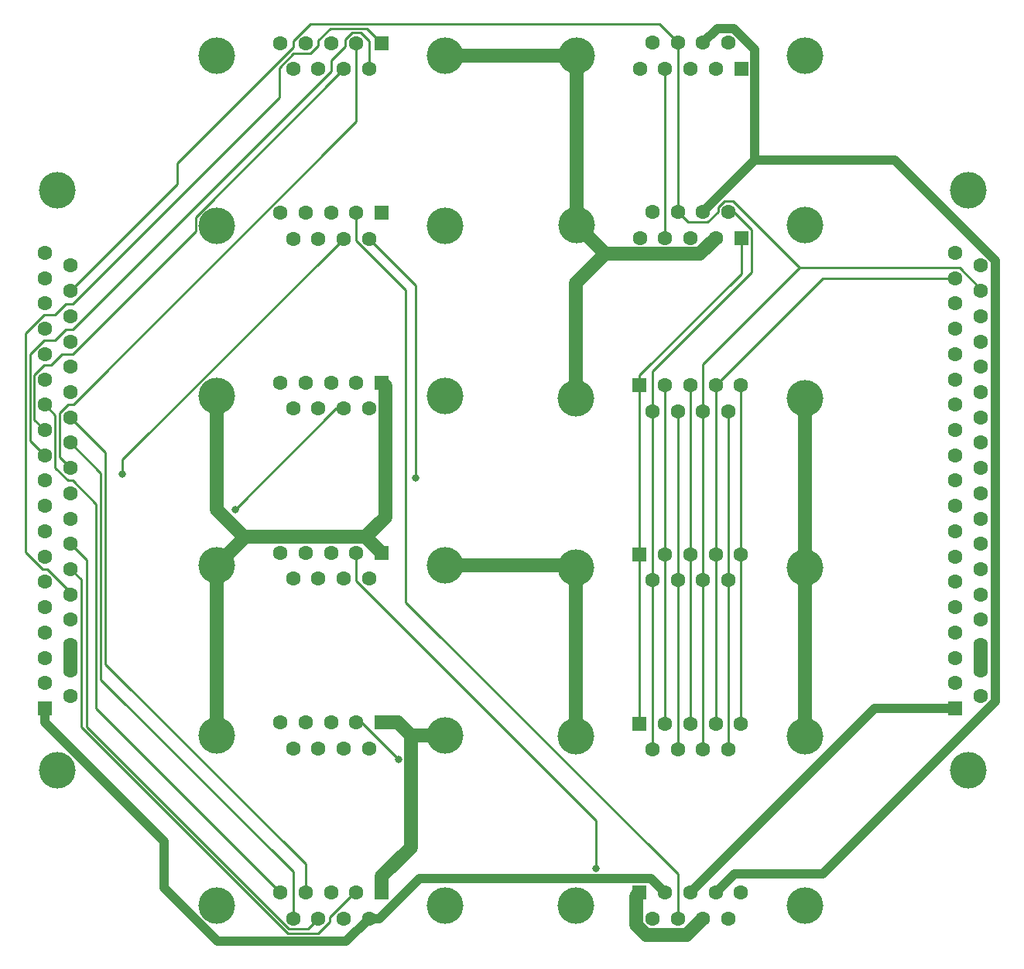
<source format=gbr>
%TF.GenerationSoftware,KiCad,Pcbnew,7.0.9*%
%TF.CreationDate,2023-12-19T17:39:46-08:00*%
%TF.ProjectId,Interconnect Board,496e7465-7263-46f6-9e6e-65637420426f,v0.1*%
%TF.SameCoordinates,Original*%
%TF.FileFunction,Copper,L2,Bot*%
%TF.FilePolarity,Positive*%
%FSLAX46Y46*%
G04 Gerber Fmt 4.6, Leading zero omitted, Abs format (unit mm)*
G04 Created by KiCad (PCBNEW 7.0.9) date 2023-12-19 17:39:46*
%MOMM*%
%LPD*%
G01*
G04 APERTURE LIST*
%TA.AperFunction,ComponentPad*%
%ADD10C,4.000000*%
%TD*%
%TA.AperFunction,ComponentPad*%
%ADD11R,1.600000X1.600000*%
%TD*%
%TA.AperFunction,ComponentPad*%
%ADD12C,1.600000*%
%TD*%
%TA.AperFunction,ViaPad*%
%ADD13C,0.800000*%
%TD*%
%TA.AperFunction,Conductor*%
%ADD14C,0.250000*%
%TD*%
%TA.AperFunction,Conductor*%
%ADD15C,1.000000*%
%TD*%
%TA.AperFunction,Conductor*%
%ADD16C,1.500000*%
%TD*%
G04 APERTURE END LIST*
D10*
%TO.P,SkyView_1,0,PAD*%
%TO.N,GND*%
X168732100Y-74620800D03*
X193732100Y-74620800D03*
D11*
%TO.P,SkyView_1,1,1*%
%TO.N,Net-(Main_1_PFD1-Pad15)*%
X175692100Y-73200800D03*
D12*
%TO.P,SkyView_1,2,2*%
%TO.N,Net-(Main_1_PFD1-Pad16)*%
X178462100Y-73200800D03*
%TO.P,SkyView_1,3,3*%
%TO.N,Net-(Main_1_PFD1-Pad17)*%
X181232100Y-73200800D03*
%TO.P,SkyView_1,4,4*%
%TO.N,Net-(Main_1_PFD1-Pad18)*%
X184002100Y-73200800D03*
%TO.P,SkyView_1,5,5*%
%TO.N,Net-(Main_1_PFD1-Pad19)*%
X186772100Y-73200800D03*
%TO.P,SkyView_1,6,6*%
%TO.N,Net-(Main_1_PFD1-Pad34)*%
X177077100Y-76040800D03*
%TO.P,SkyView_1,7,7*%
%TO.N,Net-(Main_1_PFD1-Pad35)*%
X179847100Y-76040800D03*
%TO.P,SkyView_1,8,8*%
%TO.N,Net-(Main_1_PFD1-Pad36)*%
X182617100Y-76040800D03*
%TO.P,SkyView_1,9,9*%
%TO.N,Net-(Main_1_PFD1-Pad37)*%
X185387100Y-76040800D03*
%TD*%
D10*
%TO.P,Serial_5_GPS1,0,PAD*%
%TO.N,GND*%
X129431900Y-37149100D03*
X154431900Y-37149100D03*
D11*
%TO.P,Serial_5_GPS1,1,1*%
%TO.N,/GPS_GND*%
X147471900Y-35729100D03*
D12*
%TO.P,Serial_5_GPS1,2,2*%
%TO.N,/GPS_Power*%
X144701900Y-35729100D03*
%TO.P,Serial_5_GPS1,3,3*%
%TO.N,unconnected-(Serial_5_GPS1-Pad3)*%
X141931900Y-35729100D03*
%TO.P,Serial_5_GPS1,4,4*%
%TO.N,unconnected-(Serial_5_GPS1-Pad4)*%
X139161900Y-35729100D03*
%TO.P,Serial_5_GPS1,5,5*%
%TO.N,unconnected-(Serial_5_GPS1-Pad5)*%
X136391900Y-35729100D03*
%TO.P,Serial_5_GPS1,6,6*%
%TO.N,/GPS_Serial_5_Rx*%
X146086900Y-38569100D03*
%TO.P,Serial_5_GPS1,7,7*%
%TO.N,/GPS_Serial_5_Tx*%
X143316900Y-38569100D03*
%TO.P,Serial_5_GPS1,8,8*%
%TO.N,unconnected-(Serial_5_GPS1-Pad8)*%
X140546900Y-38569100D03*
%TO.P,Serial_5_GPS1,9,9*%
%TO.N,unconnected-(Serial_5_GPS1-Pad9)*%
X137776900Y-38569100D03*
%TD*%
D10*
%TO.P,Serial_2_XPNDR1,0,PAD*%
%TO.N,GND*%
X129431900Y-92949100D03*
X154431900Y-92949100D03*
D11*
%TO.P,Serial_2_XPNDR1,1,1*%
X147471900Y-91529100D03*
D12*
%TO.P,Serial_2_XPNDR1,2,2*%
%TO.N,/XPNDR_12V*%
X144701900Y-91529100D03*
%TO.P,Serial_2_XPNDR1,3,3*%
%TO.N,unconnected-(Serial_2_XPNDR1-Pad3)*%
X141931900Y-91529100D03*
%TO.P,Serial_2_XPNDR1,4,4*%
%TO.N,unconnected-(Serial_2_XPNDR1-Pad4)*%
X139161900Y-91529100D03*
%TO.P,Serial_2_XPNDR1,5,5*%
%TO.N,unconnected-(Serial_2_XPNDR1-Pad5)*%
X136391900Y-91529100D03*
%TO.P,Serial_2_XPNDR1,6,6*%
%TO.N,/XPNDR_Serial_2_Rx*%
X146086900Y-94369100D03*
%TO.P,Serial_2_XPNDR1,7,7*%
%TO.N,/XPNDR_Serial_2_Tx*%
X143316900Y-94369100D03*
%TO.P,Serial_2_XPNDR1,8,8*%
%TO.N,unconnected-(Serial_2_XPNDR1-Pad8)*%
X140546900Y-94369100D03*
%TO.P,Serial_2_XPNDR1,9,9*%
%TO.N,unconnected-(Serial_2_XPNDR1-Pad9)*%
X137776900Y-94369100D03*
%TD*%
D10*
%TO.P,Serial_3_VPX1,0,PAD*%
%TO.N,GND*%
X129431900Y-74349100D03*
X154431900Y-74349100D03*
D11*
%TO.P,Serial_3_VPX1,1,1*%
X147471900Y-72929100D03*
D12*
%TO.P,Serial_3_VPX1,2,2*%
%TO.N,unconnected-(Serial_3_VPX1-Pad2)*%
X144701900Y-72929100D03*
%TO.P,Serial_3_VPX1,3,3*%
%TO.N,unconnected-(Serial_3_VPX1-Pad3)*%
X141931900Y-72929100D03*
%TO.P,Serial_3_VPX1,4,4*%
%TO.N,unconnected-(Serial_3_VPX1-Pad4)*%
X139161900Y-72929100D03*
%TO.P,Serial_3_VPX1,5,5*%
%TO.N,unconnected-(Serial_3_VPX1-Pad5)*%
X136391900Y-72929100D03*
%TO.P,Serial_3_VPX1,6,6*%
%TO.N,/VPX_Serial_3_Rx*%
X146086900Y-75769100D03*
%TO.P,Serial_3_VPX1,7,7*%
%TO.N,/VPX_Serial_3_Tx*%
X143316900Y-75769100D03*
%TO.P,Serial_3_VPX1,8,8*%
%TO.N,unconnected-(Serial_3_VPX1-Pad8)*%
X140546900Y-75769100D03*
%TO.P,Serial_3_VPX1,9,9*%
%TO.N,unconnected-(Serial_3_VPX1-Pad9)*%
X137776900Y-75769100D03*
%TD*%
D10*
%TO.P,SV-Net_AP_Roll_1,0,PAD*%
%TO.N,GND*%
X193752100Y-55645500D03*
X168752100Y-55645500D03*
D11*
%TO.P,SV-Net_AP_Roll_1,1,1*%
%TO.N,Net-(Main_1_PFD1-Pad15)*%
X186792100Y-57065500D03*
D12*
%TO.P,SV-Net_AP_Roll_1,2,2*%
%TO.N,GND*%
X184022100Y-57065500D03*
%TO.P,SV-Net_AP_Roll_1,3,3*%
%TO.N,unconnected-(SV-Net_AP_Roll_1-Pad3)*%
X181252100Y-57065500D03*
%TO.P,SV-Net_AP_Roll_1,4,4*%
%TO.N,Net-(Main_1_PFD1-Pad18)*%
X178482100Y-57065500D03*
%TO.P,SV-Net_AP_Roll_1,5,5*%
%TO.N,unconnected-(SV-Net_AP_Roll_1-Pad5)*%
X175712100Y-57065500D03*
%TO.P,SV-Net_AP_Roll_1,6,6*%
%TO.N,Net-(Main_1_PFD1-Pad34)*%
X185407100Y-54225500D03*
%TO.P,SV-Net_AP_Roll_1,7,7*%
%TO.N,/SV-Net_AP_12V*%
X182637100Y-54225500D03*
%TO.P,SV-Net_AP_Roll_1,8,8*%
%TO.N,Net-(Main_1_PFD1-Pad36)*%
X179867100Y-54225500D03*
%TO.P,SV-Net_AP_Roll_1,9,9*%
%TO.N,unconnected-(SV-Net_AP_Roll_1-Pad9)*%
X177097100Y-54225500D03*
%TD*%
D10*
%TO.P,Dimmer_and_Audio_Output1,0,PAD*%
%TO.N,GND*%
X129431900Y-130149200D03*
X154431900Y-130149200D03*
D11*
%TO.P,Dimmer_and_Audio_Output1,1,1*%
X147471900Y-128729200D03*
D12*
%TO.P,Dimmer_and_Audio_Output1,2,2*%
%TO.N,/Dimmer_Signal_Input*%
X144701900Y-128729200D03*
%TO.P,Dimmer_and_Audio_Output1,3,3*%
%TO.N,/dimmer_output_signal*%
X141931900Y-128729200D03*
%TO.P,Dimmer_and_Audio_Output1,4,4*%
%TO.N,/R_Audio_Out_1*%
X139161900Y-128729200D03*
%TO.P,Dimmer_and_Audio_Output1,5,5*%
%TO.N,/L_Audio_Out_1*%
X136391900Y-128729200D03*
%TO.P,Dimmer_and_Audio_Output1,6,6*%
%TO.N,/PFD_12V*%
X146086900Y-131569200D03*
%TO.P,Dimmer_and_Audio_Output1,7,7*%
%TO.N,/dimmer_output_signal*%
X143316900Y-131569200D03*
%TO.P,Dimmer_and_Audio_Output1,8,8*%
X140546900Y-131569200D03*
%TO.P,Dimmer_and_Audio_Output1,9,9*%
%TO.N,/Audio_Out_GND*%
X137776900Y-131569200D03*
%TD*%
D10*
%TO.P,Serial_4_ELT1,0,PAD*%
%TO.N,GND*%
X129431900Y-55749100D03*
X154431900Y-55749100D03*
D11*
%TO.P,Serial_4_ELT1,1,1*%
X147471900Y-54329100D03*
D12*
%TO.P,Serial_4_ELT1,2,2*%
%TO.N,/ELT_12V*%
X144701900Y-54329100D03*
%TO.P,Serial_4_ELT1,3,3*%
%TO.N,unconnected-(Serial_4_ELT1-Pad3)*%
X141931900Y-54329100D03*
%TO.P,Serial_4_ELT1,4,4*%
%TO.N,unconnected-(Serial_4_ELT1-Pad4)*%
X139161900Y-54329100D03*
%TO.P,Serial_4_ELT1,5,5*%
%TO.N,unconnected-(Serial_4_ELT1-Pad5)*%
X136391900Y-54329100D03*
%TO.P,Serial_4_ELT1,6,6*%
%TO.N,/ELT_Serial_4_Rx*%
X146086900Y-57169100D03*
%TO.P,Serial_4_ELT1,7,7*%
%TO.N,/ELT_Serial_4_Tx*%
X143316900Y-57169100D03*
%TO.P,Serial_4_ELT1,8,8*%
%TO.N,unconnected-(Serial_4_ELT1-Pad8)*%
X140546900Y-57169100D03*
%TO.P,Serial_4_ELT1,9,9*%
%TO.N,unconnected-(Serial_4_ELT1-Pad9)*%
X137776900Y-57169100D03*
%TD*%
D10*
%TO.P,Main_2_MFD1,0,PAD*%
%TO.N,GND*%
X211601700Y-115394100D03*
X211601700Y-51894100D03*
D11*
%TO.P,Main_2_MFD1,1,1*%
%TO.N,/MFD_12V*%
X210181700Y-108574100D03*
D12*
%TO.P,Main_2_MFD1,2,2*%
%TO.N,unconnected-(Main_2_MFD1-Pad2)*%
X210181700Y-105804100D03*
%TO.P,Main_2_MFD1,3,3*%
%TO.N,/ADSB_Serial_1_Rx*%
X210181700Y-103034100D03*
%TO.P,Main_2_MFD1,4,4*%
%TO.N,/ADSB_Serial_1_Tx*%
X210181700Y-100264100D03*
%TO.P,Main_2_MFD1,5,5*%
%TO.N,/XPNDR_Serial_2_Rx*%
X210181700Y-97494100D03*
%TO.P,Main_2_MFD1,6,6*%
%TO.N,/XPNDR_Serial_2_Tx*%
X210181700Y-94724100D03*
%TO.P,Main_2_MFD1,7,7*%
%TO.N,/VPX_Serial_3_Rx*%
X210181700Y-91954100D03*
%TO.P,Main_2_MFD1,8,8*%
%TO.N,/VPX_Serial_3_Tx*%
X210181700Y-89184100D03*
%TO.P,Main_2_MFD1,9,9*%
%TO.N,/ELT_Serial_4_Rx*%
X210181700Y-86414100D03*
%TO.P,Main_2_MFD1,10,10*%
%TO.N,/ELT_Serial_4_Tx*%
X210181700Y-83644100D03*
%TO.P,Main_2_MFD1,11,11*%
%TO.N,/GPS_Serial_5_Rx*%
X210181700Y-80874100D03*
%TO.P,Main_2_MFD1,12,12*%
%TO.N,/GPS_Serial_5_Tx*%
X210181700Y-78104100D03*
%TO.P,Main_2_MFD1,13,13*%
%TO.N,/L_Audio_Out_1*%
X210181700Y-75334100D03*
%TO.P,Main_2_MFD1,14,14*%
%TO.N,unconnected-(Main_2_MFD1-Pad14)*%
X210181700Y-72564100D03*
%TO.P,Main_2_MFD1,15,15*%
%TO.N,Net-(Main_1_PFD1-Pad15)*%
X210181700Y-69794100D03*
%TO.P,Main_2_MFD1,16,16*%
%TO.N,Net-(Main_1_PFD1-Pad16)*%
X210181700Y-67024100D03*
%TO.P,Main_2_MFD1,17,17*%
%TO.N,Net-(Main_1_PFD1-Pad17)*%
X210181700Y-64254100D03*
%TO.P,Main_2_MFD1,18,18*%
%TO.N,Net-(Main_1_PFD1-Pad18)*%
X210181700Y-61484100D03*
%TO.P,Main_2_MFD1,19,19*%
%TO.N,Net-(Main_1_PFD1-Pad19)*%
X210181700Y-58714100D03*
%TO.P,Main_2_MFD1,20,20*%
%TO.N,/MFD_12V*%
X213021700Y-107189100D03*
%TO.P,Main_2_MFD1,21,21*%
%TO.N,GND*%
X213021700Y-104419100D03*
%TO.P,Main_2_MFD1,22,22*%
X213021700Y-101649100D03*
%TO.P,Main_2_MFD1,23,23*%
%TO.N,unconnected-(Main_2_MFD1-Pad23)*%
X213021700Y-98879100D03*
%TO.P,Main_2_MFD1,24,24*%
%TO.N,/GPS_GND*%
X213021700Y-96109100D03*
%TO.P,Main_2_MFD1,25,25*%
%TO.N,/Dimmer_Signal_Input*%
X213021700Y-93339100D03*
%TO.P,Main_2_MFD1,26,26*%
%TO.N,unconnected-(Main_2_MFD1-Pad26)*%
X213021700Y-90569100D03*
%TO.P,Main_2_MFD1,27,27*%
%TO.N,unconnected-(Main_2_MFD1-Pad27)*%
X213021700Y-87799100D03*
%TO.P,Main_2_MFD1,28,28*%
%TO.N,unconnected-(Main_2_MFD1-Pad28)*%
X213021700Y-85029100D03*
%TO.P,Main_2_MFD1,29,29*%
%TO.N,/GPS_Power*%
X213021700Y-82259100D03*
%TO.P,Main_2_MFD1,30,30*%
%TO.N,/Audio_Out_GND*%
X213021700Y-79489100D03*
%TO.P,Main_2_MFD1,31,31*%
%TO.N,/R_Audio_Out_1*%
X213021700Y-76719100D03*
%TO.P,Main_2_MFD1,32,32*%
%TO.N,unconnected-(Main_2_MFD1-Pad32)*%
X213021700Y-73949100D03*
%TO.P,Main_2_MFD1,33,33*%
%TO.N,unconnected-(Main_2_MFD1-Pad33)*%
X213021700Y-71179100D03*
%TO.P,Main_2_MFD1,34,34*%
%TO.N,Net-(Main_1_PFD1-Pad34)*%
X213021700Y-68409100D03*
%TO.P,Main_2_MFD1,35,35*%
%TO.N,Net-(Main_1_PFD1-Pad35)*%
X213021700Y-65639100D03*
%TO.P,Main_2_MFD1,36,36*%
%TO.N,Net-(Main_1_PFD1-Pad36)*%
X213021700Y-62869100D03*
%TO.P,Main_2_MFD1,37,37*%
%TO.N,Net-(Main_1_PFD1-Pad37)*%
X213021700Y-60099100D03*
%TD*%
D10*
%TO.P,SkyView_2,0,PAD*%
%TO.N,GND*%
X168732100Y-93136800D03*
X193732100Y-93136800D03*
D11*
%TO.P,SkyView_2,1,1*%
%TO.N,Net-(Main_1_PFD1-Pad15)*%
X175692100Y-91716800D03*
D12*
%TO.P,SkyView_2,2,2*%
%TO.N,Net-(Main_1_PFD1-Pad16)*%
X178462100Y-91716800D03*
%TO.P,SkyView_2,3,3*%
%TO.N,Net-(Main_1_PFD1-Pad17)*%
X181232100Y-91716800D03*
%TO.P,SkyView_2,4,4*%
%TO.N,Net-(Main_1_PFD1-Pad18)*%
X184002100Y-91716800D03*
%TO.P,SkyView_2,5,5*%
%TO.N,Net-(Main_1_PFD1-Pad19)*%
X186772100Y-91716800D03*
%TO.P,SkyView_2,6,6*%
%TO.N,Net-(Main_1_PFD1-Pad34)*%
X177077100Y-94556800D03*
%TO.P,SkyView_2,7,7*%
%TO.N,Net-(Main_1_PFD1-Pad35)*%
X179847100Y-94556800D03*
%TO.P,SkyView_2,8,8*%
%TO.N,Net-(Main_1_PFD1-Pad36)*%
X182617100Y-94556800D03*
%TO.P,SkyView_2,9,9*%
%TO.N,Net-(Main_1_PFD1-Pad37)*%
X185387100Y-94556800D03*
%TD*%
D10*
%TO.P,Main_1_PFD1,0,PAD*%
%TO.N,GND*%
X112021700Y-115394100D03*
X112021700Y-51894100D03*
D11*
%TO.P,Main_1_PFD1,1,1*%
%TO.N,/PFD_12V*%
X110601700Y-108574100D03*
D12*
%TO.P,Main_1_PFD1,2,2*%
%TO.N,unconnected-(Main_1_PFD1-Pad2)*%
X110601700Y-105804100D03*
%TO.P,Main_1_PFD1,3,3*%
%TO.N,/ADSB_Serial_1_Rx*%
X110601700Y-103034100D03*
%TO.P,Main_1_PFD1,4,4*%
%TO.N,/ADSB_Serial_1_Tx*%
X110601700Y-100264100D03*
%TO.P,Main_1_PFD1,5,5*%
%TO.N,/XPNDR_Serial_2_Rx*%
X110601700Y-97494100D03*
%TO.P,Main_1_PFD1,6,6*%
%TO.N,/XPNDR_Serial_2_Tx*%
X110601700Y-94724100D03*
%TO.P,Main_1_PFD1,7,7*%
%TO.N,/VPX_Serial_3_Rx*%
X110601700Y-91954100D03*
%TO.P,Main_1_PFD1,8,8*%
%TO.N,/VPX_Serial_3_Tx*%
X110601700Y-89184100D03*
%TO.P,Main_1_PFD1,9,9*%
%TO.N,/ELT_Serial_4_Rx*%
X110601700Y-86414100D03*
%TO.P,Main_1_PFD1,10,10*%
%TO.N,/ELT_Serial_4_Tx*%
X110601700Y-83644100D03*
%TO.P,Main_1_PFD1,11,11*%
%TO.N,/GPS_Serial_5_Rx*%
X110601700Y-80874100D03*
%TO.P,Main_1_PFD1,12,12*%
%TO.N,/GPS_Serial_5_Tx*%
X110601700Y-78104100D03*
%TO.P,Main_1_PFD1,13,13*%
%TO.N,/L_Audio_Out_1*%
X110601700Y-75334100D03*
%TO.P,Main_1_PFD1,14,14*%
%TO.N,unconnected-(Main_1_PFD1-Pad14)*%
X110601700Y-72564100D03*
%TO.P,Main_1_PFD1,15,15*%
%TO.N,Net-(Main_1_PFD1-Pad15)*%
X110601700Y-69794100D03*
%TO.P,Main_1_PFD1,16,16*%
%TO.N,Net-(Main_1_PFD1-Pad16)*%
X110601700Y-67024100D03*
%TO.P,Main_1_PFD1,17,17*%
%TO.N,Net-(Main_1_PFD1-Pad17)*%
X110601700Y-64254100D03*
%TO.P,Main_1_PFD1,18,18*%
%TO.N,Net-(Main_1_PFD1-Pad18)*%
X110601700Y-61484100D03*
%TO.P,Main_1_PFD1,19,19*%
%TO.N,Net-(Main_1_PFD1-Pad19)*%
X110601700Y-58714100D03*
%TO.P,Main_1_PFD1,20,20*%
%TO.N,/PFD_12V*%
X113441700Y-107189100D03*
%TO.P,Main_1_PFD1,21,21*%
%TO.N,GND*%
X113441700Y-104419100D03*
%TO.P,Main_1_PFD1,22,22*%
X113441700Y-101649100D03*
%TO.P,Main_1_PFD1,23,23*%
%TO.N,unconnected-(Main_1_PFD1-Pad23)*%
X113441700Y-98879100D03*
%TO.P,Main_1_PFD1,24,24*%
%TO.N,/GPS_GND*%
X113441700Y-96109100D03*
%TO.P,Main_1_PFD1,25,25*%
%TO.N,/Dimmer_Signal_Input*%
X113441700Y-93339100D03*
%TO.P,Main_1_PFD1,26,26*%
%TO.N,/dimmer_output_signal*%
X113441700Y-90569100D03*
%TO.P,Main_1_PFD1,27,27*%
%TO.N,unconnected-(Main_1_PFD1-Pad27)*%
X113441700Y-87799100D03*
%TO.P,Main_1_PFD1,28,28*%
%TO.N,unconnected-(Main_1_PFD1-Pad28)*%
X113441700Y-85029100D03*
%TO.P,Main_1_PFD1,29,29*%
%TO.N,/GPS_Power*%
X113441700Y-82259100D03*
%TO.P,Main_1_PFD1,30,30*%
%TO.N,/Audio_Out_GND*%
X113441700Y-79489100D03*
%TO.P,Main_1_PFD1,31,31*%
%TO.N,/R_Audio_Out_1*%
X113441700Y-76719100D03*
%TO.P,Main_1_PFD1,32,32*%
%TO.N,unconnected-(Main_1_PFD1-Pad32)*%
X113441700Y-73949100D03*
%TO.P,Main_1_PFD1,33,33*%
%TO.N,unconnected-(Main_1_PFD1-Pad33)*%
X113441700Y-71179100D03*
%TO.P,Main_1_PFD1,34,34*%
%TO.N,Net-(Main_1_PFD1-Pad34)*%
X113441700Y-68409100D03*
%TO.P,Main_1_PFD1,35,35*%
%TO.N,Net-(Main_1_PFD1-Pad35)*%
X113441700Y-65639100D03*
%TO.P,Main_1_PFD1,36,36*%
%TO.N,Net-(Main_1_PFD1-Pad36)*%
X113441700Y-62869100D03*
%TO.P,Main_1_PFD1,37,37*%
%TO.N,Net-(Main_1_PFD1-Pad37)*%
X113441700Y-60099100D03*
%TD*%
D10*
%TO.P,Serial_1_ADSB1,0,PAD*%
%TO.N,GND*%
X129431900Y-111549200D03*
X154431900Y-111549200D03*
D11*
%TO.P,Serial_1_ADSB1,1,1*%
X147471900Y-110129200D03*
D12*
%TO.P,Serial_1_ADSB1,2,2*%
%TO.N,/ADSB_12V*%
X144701900Y-110129200D03*
%TO.P,Serial_1_ADSB1,3,3*%
%TO.N,unconnected-(Serial_1_ADSB1-Pad3)*%
X141931900Y-110129200D03*
%TO.P,Serial_1_ADSB1,4,4*%
%TO.N,unconnected-(Serial_1_ADSB1-Pad4)*%
X139161900Y-110129200D03*
%TO.P,Serial_1_ADSB1,5,5*%
%TO.N,unconnected-(Serial_1_ADSB1-Pad5)*%
X136391900Y-110129200D03*
%TO.P,Serial_1_ADSB1,6,6*%
%TO.N,/ADSB_Serial_1_Rx*%
X146086900Y-112969200D03*
%TO.P,Serial_1_ADSB1,7,7*%
%TO.N,/ADSB_Serial_1_Tx*%
X143316900Y-112969200D03*
%TO.P,Serial_1_ADSB1,8,8*%
%TO.N,unconnected-(Serial_1_ADSB1-Pad8)*%
X140546900Y-112969200D03*
%TO.P,Serial_1_ADSB1,9,9*%
%TO.N,unconnected-(Serial_1_ADSB1-Pad9)*%
X137776900Y-112969200D03*
%TD*%
D10*
%TO.P,SkyView_3,0,PAD*%
%TO.N,GND*%
X168732100Y-111652800D03*
X193732100Y-111652800D03*
D11*
%TO.P,SkyView_3,1,1*%
%TO.N,Net-(Main_1_PFD1-Pad15)*%
X175692100Y-110232800D03*
D12*
%TO.P,SkyView_3,2,2*%
%TO.N,Net-(Main_1_PFD1-Pad16)*%
X178462100Y-110232800D03*
%TO.P,SkyView_3,3,3*%
%TO.N,Net-(Main_1_PFD1-Pad17)*%
X181232100Y-110232800D03*
%TO.P,SkyView_3,4,4*%
%TO.N,Net-(Main_1_PFD1-Pad18)*%
X184002100Y-110232800D03*
%TO.P,SkyView_3,5,5*%
%TO.N,Net-(Main_1_PFD1-Pad19)*%
X186772100Y-110232800D03*
%TO.P,SkyView_3,6,6*%
%TO.N,Net-(Main_1_PFD1-Pad34)*%
X177077100Y-113072800D03*
%TO.P,SkyView_3,7,7*%
%TO.N,Net-(Main_1_PFD1-Pad35)*%
X179847100Y-113072800D03*
%TO.P,SkyView_3,8,8*%
%TO.N,Net-(Main_1_PFD1-Pad36)*%
X182617100Y-113072800D03*
%TO.P,SkyView_3,9,9*%
%TO.N,Net-(Main_1_PFD1-Pad37)*%
X185387100Y-113072800D03*
%TD*%
D10*
%TO.P,SV-Net_AP_Pitch_1,0,PAD*%
%TO.N,GND*%
X193752100Y-37129500D03*
X168752100Y-37129500D03*
D11*
%TO.P,SV-Net_AP_Pitch_1,1,1*%
%TO.N,Net-(Main_1_PFD1-Pad15)*%
X186792100Y-38549500D03*
D12*
%TO.P,SV-Net_AP_Pitch_1,2,2*%
%TO.N,GND*%
X184022100Y-38549500D03*
%TO.P,SV-Net_AP_Pitch_1,3,3*%
%TO.N,unconnected-(SV-Net_AP_Pitch_1-Pad3)*%
X181252100Y-38549500D03*
%TO.P,SV-Net_AP_Pitch_1,4,4*%
%TO.N,Net-(Main_1_PFD1-Pad18)*%
X178482100Y-38549500D03*
%TO.P,SV-Net_AP_Pitch_1,5,5*%
%TO.N,unconnected-(SV-Net_AP_Pitch_1-Pad5)*%
X175712100Y-38549500D03*
%TO.P,SV-Net_AP_Pitch_1,6,6*%
%TO.N,Net-(Main_1_PFD1-Pad34)*%
X185407100Y-35709500D03*
%TO.P,SV-Net_AP_Pitch_1,7,7*%
%TO.N,/SV-Net_AP_12V*%
X182637100Y-35709500D03*
%TO.P,SV-Net_AP_Pitch_1,8,8*%
%TO.N,Net-(Main_1_PFD1-Pad36)*%
X179867100Y-35709500D03*
%TO.P,SV-Net_AP_Pitch_1,9,9*%
%TO.N,unconnected-(SV-Net_AP_Pitch_1-Pad9)*%
X177097100Y-35709500D03*
%TD*%
D10*
%TO.P,power_input_1,0,PAD*%
%TO.N,unconnected-(power_input_1-PAD-Pad0)*%
X168732100Y-130168800D03*
X193732100Y-130168800D03*
D11*
%TO.P,power_input_1,1,1*%
%TO.N,GND*%
X175692100Y-128748800D03*
D12*
%TO.P,power_input_1,2,2*%
%TO.N,/PFD_12V*%
X178462100Y-128748800D03*
%TO.P,power_input_1,3,3*%
%TO.N,/MFD_12V*%
X181232100Y-128748800D03*
%TO.P,power_input_1,4,4*%
%TO.N,/SV-Net_AP_12V*%
X184002100Y-128748800D03*
%TO.P,power_input_1,5,5*%
%TO.N,/ADSB_12V*%
X186772100Y-128748800D03*
%TO.P,power_input_1,6,6*%
%TO.N,/XPNDR_12V*%
X177077100Y-131588800D03*
%TO.P,power_input_1,7,7*%
%TO.N,/ELT_12V*%
X179847100Y-131588800D03*
%TO.P,power_input_1,8,8*%
%TO.N,GND*%
X182617100Y-131588800D03*
%TO.P,power_input_1,9,9*%
X185387100Y-131588800D03*
%TD*%
D13*
%TO.N,/VPX_Serial_3_Tx*%
X131432700Y-86841100D03*
%TO.N,/ELT_Serial_4_Rx*%
X151195300Y-83349400D03*
%TO.N,/ELT_Serial_4_Tx*%
X119132600Y-82919600D03*
%TO.N,/XPNDR_12V*%
X170885400Y-126112300D03*
%TO.N,/ADSB_12V*%
X149282000Y-114179400D03*
%TD*%
D14*
%TO.N,/Dimmer_Signal_Input*%
X137184600Y-133221300D02*
X140488500Y-133221300D01*
X141772600Y-131421400D02*
X144464800Y-128729200D01*
X141772600Y-131937200D02*
X141772600Y-131421400D01*
X114568600Y-110605300D02*
X137184600Y-133221300D01*
X113441700Y-93339100D02*
X114568600Y-94466000D01*
X114568600Y-94466000D02*
X114568600Y-110605300D01*
X140488500Y-133221300D02*
X141772600Y-131937200D01*
X144464800Y-128729200D02*
X144701900Y-128729200D01*
%TO.N,/dimmer_output_signal*%
X115207700Y-92335000D02*
X115207600Y-92335000D01*
X115207700Y-110602400D02*
X115207700Y-92335000D01*
X139383100Y-132733000D02*
X137338300Y-132733000D01*
X137338300Y-132733000D02*
X115207700Y-110602400D01*
X140546900Y-131569200D02*
X139383100Y-132733000D01*
X115207600Y-92335000D02*
X113441700Y-90569100D01*
%TO.N,/R_Audio_Out_1*%
X139161900Y-125630700D02*
X117270700Y-103739500D01*
X117270700Y-80548100D02*
X113441700Y-76719100D01*
X117270700Y-103739500D02*
X117270700Y-80548100D01*
X139161900Y-128729200D02*
X139161900Y-125630700D01*
%TO.N,/L_Audio_Out_1*%
X113184800Y-83644100D02*
X113703200Y-83644100D01*
X111766500Y-82225800D02*
X113184800Y-83644100D01*
X111766500Y-76498900D02*
X111766500Y-82225800D01*
X113703200Y-83644100D02*
X116258200Y-86199100D01*
X116258200Y-86199100D02*
X116258200Y-108595600D01*
X110601700Y-75334100D02*
X111766500Y-76498900D01*
X116258300Y-108595600D02*
X136391900Y-128729200D01*
X116258200Y-108595600D02*
X116258300Y-108595600D01*
%TO.N,/Audio_Out_GND*%
X116763700Y-105464100D02*
X137776900Y-126477300D01*
X116763700Y-82811100D02*
X116763700Y-105464100D01*
X137776900Y-126477300D02*
X137776900Y-131569200D01*
X113441700Y-79489100D02*
X116763700Y-82811100D01*
%TO.N,/VPX_Serial_3_Tx*%
X131432700Y-86841100D02*
X142504700Y-75769100D01*
X142504700Y-75769100D02*
X143316900Y-75769100D01*
%TO.N,/ELT_Serial_4_Rx*%
X146086900Y-57169100D02*
X151195300Y-62277500D01*
X151195300Y-62277500D02*
X151195300Y-83349400D01*
%TO.N,/ELT_Serial_4_Tx*%
X119132600Y-82919600D02*
X119132600Y-81353400D01*
X119132600Y-81353400D02*
X143316900Y-57169100D01*
%TO.N,/GPS_Power*%
X113184800Y-75334100D02*
X113719100Y-75334100D01*
X113719100Y-75334100D02*
X144701900Y-44351300D01*
X112271300Y-76247600D02*
X113184800Y-75334100D01*
X112271300Y-81088700D02*
X112271300Y-76247600D01*
X144701900Y-44351300D02*
X144701900Y-35729100D01*
X113441700Y-82259100D02*
X112271300Y-81088700D01*
%TO.N,/GPS_Serial_5_Tx*%
X127105000Y-54781000D02*
X143316900Y-38569100D01*
X112530900Y-69794100D02*
X113683200Y-69794100D01*
X110601700Y-78104100D02*
X109469400Y-76971800D01*
X113683200Y-69794100D02*
X127105000Y-56372300D01*
X110546000Y-71019800D02*
X111305200Y-71019800D01*
X109469400Y-72096400D02*
X110546000Y-71019800D01*
X111305200Y-71019800D02*
X112530900Y-69794100D01*
X127105000Y-56372300D02*
X127105000Y-54781000D01*
X109469400Y-76971800D02*
X109469400Y-72096400D01*
%TO.N,Net-(Main_1_PFD1-Pad15)*%
X175692100Y-91716800D02*
X175692100Y-73200800D01*
X186792100Y-57065500D02*
X186792100Y-60973900D01*
X175692100Y-110232800D02*
X175692100Y-109105900D01*
X175692100Y-73200800D02*
X175692100Y-72073900D01*
X175692100Y-91716800D02*
X175692100Y-109105900D01*
X186792100Y-60973900D02*
X175692100Y-72073900D01*
%TO.N,Net-(Main_1_PFD1-Pad16)*%
X178462100Y-91716800D02*
X178462100Y-110232800D01*
X178462100Y-73200800D02*
X178462100Y-91716800D01*
%TO.N,Net-(Main_1_PFD1-Pad17)*%
X181232100Y-91716800D02*
X181232100Y-110232800D01*
X181232100Y-73200800D02*
X181232100Y-91716800D01*
%TO.N,Net-(Main_1_PFD1-Pad18)*%
X195718800Y-61484100D02*
X210181700Y-61484100D01*
X184002100Y-73200800D02*
X195718800Y-61484100D01*
X184002100Y-91716800D02*
X184002100Y-110232800D01*
X178482100Y-38549500D02*
X178482100Y-57065500D01*
X184002100Y-73200800D02*
X184002100Y-91716800D01*
%TO.N,Net-(Main_1_PFD1-Pad19)*%
X186772100Y-91716800D02*
X186772100Y-110232800D01*
X186772100Y-73200800D02*
X186772100Y-91716800D01*
%TO.N,/GPS_GND*%
X113441700Y-96109100D02*
X113441700Y-95898900D01*
X137837400Y-36899600D02*
X139633400Y-36899600D01*
X141895100Y-34119500D02*
X145862300Y-34119500D01*
X111727100Y-65483800D02*
X112892000Y-64318900D01*
X139633400Y-36899600D02*
X140546900Y-35986100D01*
X113441700Y-95898900D02*
X110881900Y-93339100D01*
X108510500Y-91494800D02*
X108510500Y-67519800D01*
X140546900Y-35467700D02*
X141895100Y-34119500D01*
X136268900Y-38468100D02*
X137837400Y-36899600D01*
X112892000Y-64318900D02*
X113676700Y-64318900D01*
X136268900Y-41726700D02*
X136268900Y-38468100D01*
X113676700Y-64318900D02*
X136268900Y-41726700D01*
X108510500Y-67519800D02*
X110546500Y-65483800D01*
X110881900Y-93339100D02*
X110354800Y-93339100D01*
X110546500Y-65483800D02*
X111727100Y-65483800D01*
X145862300Y-34119500D02*
X147471900Y-35729100D01*
X110354800Y-93339100D02*
X108510500Y-91494800D01*
X140546900Y-35986100D02*
X140546900Y-35467700D01*
%TO.N,/GPS_Serial_5_Rx*%
X113642600Y-67088900D02*
X141931900Y-38799600D01*
X111727100Y-68253800D02*
X112892000Y-67088900D01*
X144260300Y-34577100D02*
X145157600Y-34577100D01*
X112892000Y-67088900D02*
X113642600Y-67088900D01*
X141931900Y-37658300D02*
X143476300Y-36113900D01*
X110601700Y-80874100D02*
X108986200Y-79258600D01*
X145157600Y-34577100D02*
X146086900Y-35506400D01*
X143476300Y-35361100D02*
X144260300Y-34577100D01*
X110507600Y-68253800D02*
X111727100Y-68253800D01*
X146086900Y-35506400D02*
X146086900Y-38569100D01*
X108986200Y-69775200D02*
X110507600Y-68253800D01*
X143476300Y-36113900D02*
X143476300Y-35361100D01*
X141931900Y-38799600D02*
X141931900Y-37658300D01*
X108986200Y-79258600D02*
X108986200Y-69775200D01*
%TO.N,Net-(Main_1_PFD1-Pad34)*%
X187919000Y-56130100D02*
X187919000Y-60826700D01*
X177077100Y-94556800D02*
X177077100Y-113072800D01*
X186014400Y-54225500D02*
X187919000Y-56130100D01*
X187919000Y-60826700D02*
X177077100Y-71668600D01*
X177077100Y-94556800D02*
X177077100Y-76040800D01*
X177077100Y-71668600D02*
X177077100Y-76040800D01*
X185407100Y-54225500D02*
X186014400Y-54225500D01*
%TO.N,Net-(Main_1_PFD1-Pad35)*%
X179847100Y-76040800D02*
X179847100Y-94556800D01*
X179847100Y-94556800D02*
X179847100Y-113072800D01*
%TO.N,Net-(Main_1_PFD1-Pad36)*%
X125099300Y-48862800D02*
X137776900Y-36185200D01*
X184966500Y-53069000D02*
X184280200Y-53755300D01*
X179867100Y-35709500D02*
X179867100Y-54225500D01*
X213021700Y-62869100D02*
X213021700Y-62650100D01*
X137776900Y-35518800D02*
X139629700Y-33666000D01*
X139629700Y-33666000D02*
X177823600Y-33666000D01*
X125099300Y-51211500D02*
X125099300Y-48862800D01*
X193151400Y-60353400D02*
X185867000Y-53069000D01*
X177823600Y-33666000D02*
X179867100Y-35709500D01*
X183128800Y-55352400D02*
X180994000Y-55352400D01*
X180994000Y-55352400D02*
X179867100Y-54225500D01*
X213021700Y-62650100D02*
X210725000Y-60353400D01*
X182617100Y-94556800D02*
X182617100Y-113072800D01*
X184280200Y-53755300D02*
X184280200Y-54201000D01*
X185867000Y-53069000D02*
X184966500Y-53069000D01*
X193151400Y-60353400D02*
X182617100Y-70887700D01*
X137776900Y-36185200D02*
X137776900Y-35518800D01*
X210725000Y-60353400D02*
X193151400Y-60353400D01*
X182617100Y-70887700D02*
X182617100Y-76040800D01*
X113441700Y-62869100D02*
X125099300Y-51211500D01*
X182617100Y-94556800D02*
X182617100Y-76040800D01*
X184280200Y-54201000D02*
X183128800Y-55352400D01*
%TO.N,Net-(Main_1_PFD1-Pad37)*%
X185387100Y-76040800D02*
X185387100Y-94556800D01*
X185387100Y-94556800D02*
X185387100Y-113072800D01*
D15*
%TO.N,/MFD_12V*%
X201406800Y-108574100D02*
X181232100Y-128748800D01*
X210181700Y-108574100D02*
X201406800Y-108574100D01*
%TO.N,/PFD_12V*%
X110601700Y-108574100D02*
X110601700Y-110076000D01*
X151568800Y-127246900D02*
X176960200Y-127246900D01*
X147246500Y-131569200D02*
X151568800Y-127246900D01*
X110601700Y-110076000D02*
X123689100Y-123163400D01*
X123689100Y-123163400D02*
X123689100Y-128244900D01*
X146086900Y-131569200D02*
X147246500Y-131569200D01*
X129528800Y-134084600D02*
X143571500Y-134084600D01*
X123689100Y-128244900D02*
X129528800Y-134084600D01*
X176960200Y-127246900D02*
X178462100Y-128748800D01*
X143571500Y-134084600D02*
X146086900Y-131569200D01*
D14*
%TO.N,/XPNDR_12V*%
X144701900Y-91529100D02*
X144701900Y-94635000D01*
X170885400Y-120818500D02*
X170885400Y-126112300D01*
X144701900Y-94635000D02*
X170885400Y-120818500D01*
%TO.N,/ADSB_12V*%
X144701900Y-110129200D02*
X145231800Y-110129200D01*
X145231800Y-110129200D02*
X149282000Y-114179400D01*
D16*
%TO.N,GND*%
X154431900Y-92949100D02*
X168544400Y-92949100D01*
X193732100Y-93136800D02*
X193732100Y-74620800D01*
X147852700Y-87623700D02*
X147852700Y-73309900D01*
X184022100Y-57065500D02*
X182263500Y-58824100D01*
X129431900Y-86812500D02*
X129431900Y-74349100D01*
X132500200Y-89880800D02*
X132614200Y-89766800D01*
X154431900Y-111549200D02*
X150643800Y-111549200D01*
X129431900Y-111549200D02*
X129431900Y-92949100D01*
X132614200Y-89766800D02*
X145709600Y-89766800D01*
X180823300Y-133382600D02*
X176390900Y-133382600D01*
X175283500Y-132275200D02*
X175283500Y-129157400D01*
X182617100Y-131588800D02*
X180823300Y-133382600D01*
X168752100Y-37149100D02*
X154431900Y-37149100D01*
X171930700Y-58824100D02*
X168752100Y-55645500D01*
X145709600Y-89766800D02*
X147852700Y-87623700D01*
X150643800Y-111549200D02*
X149223800Y-110129200D01*
X168732100Y-62022700D02*
X171930700Y-58824100D01*
X213021700Y-101649100D02*
X213021700Y-104419100D01*
X132500200Y-89880800D02*
X129431900Y-86812500D01*
X168732100Y-111652800D02*
X168732100Y-93136800D01*
X147471900Y-91529100D02*
X145709600Y-89766800D01*
X182263500Y-58824100D02*
X171930700Y-58824100D01*
X113441700Y-101649100D02*
X113441700Y-104419100D01*
X147471900Y-128729200D02*
X147471900Y-126977300D01*
X129431900Y-92949100D02*
X132500200Y-89880800D01*
X168752100Y-37149100D02*
X168752100Y-55645500D01*
X150643800Y-111549200D02*
X150643800Y-123805400D01*
X193732100Y-111652800D02*
X193732100Y-93136800D01*
X147852700Y-73309900D02*
X147471900Y-72929100D01*
X176390900Y-133382600D02*
X175283500Y-132275200D01*
X150643800Y-123805400D02*
X147471900Y-126977300D01*
X175283500Y-129157400D02*
X175692100Y-128748800D01*
X168732100Y-74620800D02*
X168732100Y-62022700D01*
X168752100Y-37149100D02*
X168752100Y-37129500D01*
X147471900Y-110129200D02*
X149223800Y-110129200D01*
X168544400Y-92949100D02*
X168732100Y-93136800D01*
D15*
%TO.N,/SV-Net_AP_12V*%
X195722900Y-126666800D02*
X186084100Y-126666800D01*
X188294000Y-48568600D02*
X203615600Y-48568600D01*
X182637100Y-35709500D02*
X184165400Y-34181200D01*
X214579500Y-107810200D02*
X195722900Y-126666800D01*
X203615600Y-48568600D02*
X214579500Y-59532500D01*
X214579500Y-59532500D02*
X214579500Y-107810200D01*
X186015600Y-34181200D02*
X188294000Y-36459600D01*
X184165400Y-34181200D02*
X186015600Y-34181200D01*
X188294000Y-36459600D02*
X188294000Y-48568600D01*
X188294000Y-48568600D02*
X182637100Y-54225500D01*
X186084100Y-126666800D02*
X184002100Y-128748800D01*
D14*
%TO.N,/ELT_12V*%
X150110500Y-62788500D02*
X150110500Y-96993300D01*
X150110500Y-96993300D02*
X179847100Y-126729900D01*
X144701900Y-57379900D02*
X150110500Y-62788500D01*
X179847100Y-126729900D02*
X179847100Y-131588800D01*
X144701900Y-54329100D02*
X144701900Y-57379900D01*
%TD*%
M02*

</source>
